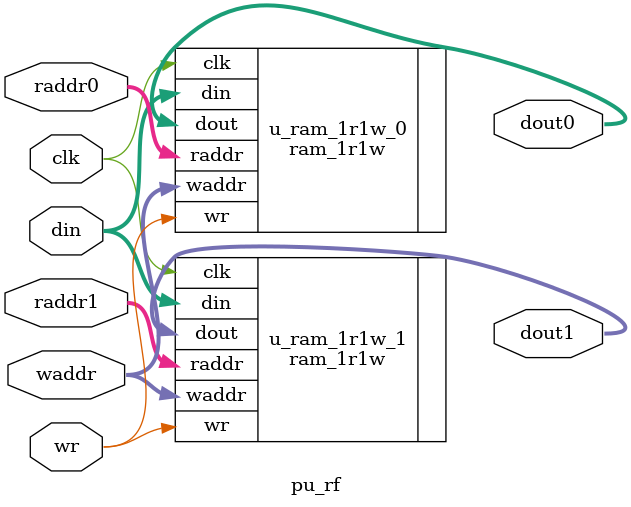
<source format=sv>

module pu_rf
             ( clk, wr, raddr0, raddr1, waddr, din, dout0, dout1);

parameter WIDTH = 64,
	      DEPTH_NBITS = 4,
	      DEPTH = 16'h1<<DEPTH_NBITS;

output  [WIDTH-1:0] dout0, dout1;

input    clk, wr;  
input   [DEPTH_NBITS-1:0] raddr0, raddr1, waddr;
input   [WIDTH-1:0] din;

ram_1r1w #(WIDTH, DEPTH_NBITS) u_ram_1r1w_0(.clk(clk), .wr(wr), .raddr(raddr0), .waddr(waddr), .din(din), .dout(dout0));
ram_1r1w #(WIDTH, DEPTH_NBITS) u_ram_1r1w_1(.clk(clk), .wr(wr), .raddr(raddr1), .waddr(waddr), .din(din), .dout(dout1));

endmodule            

</source>
